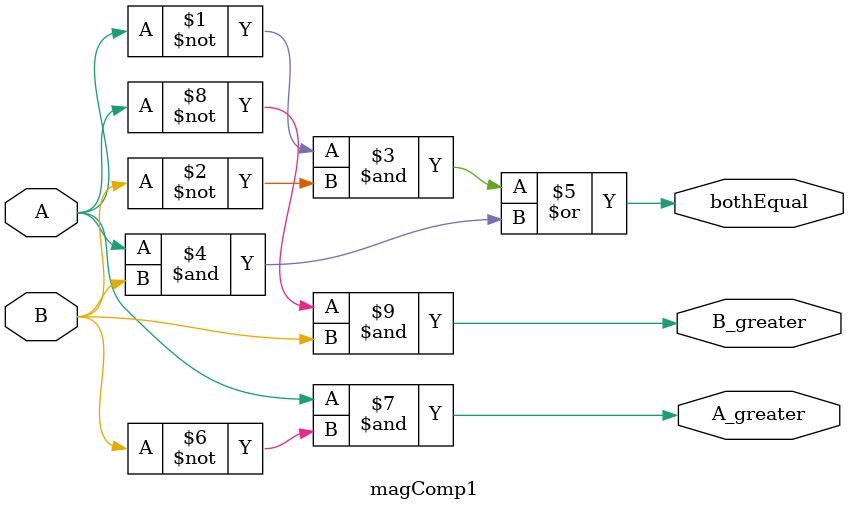
<source format=v>
module magComp1(
	input A,
	input B,
	output bothEqual,
	output A_greater,
	output B_greater
);

assign bothEqual = (~A)&(~B) | A&B;
assign A_greater = A&(~B);
assign B_greater = (~A)&B;

endmodule

</source>
